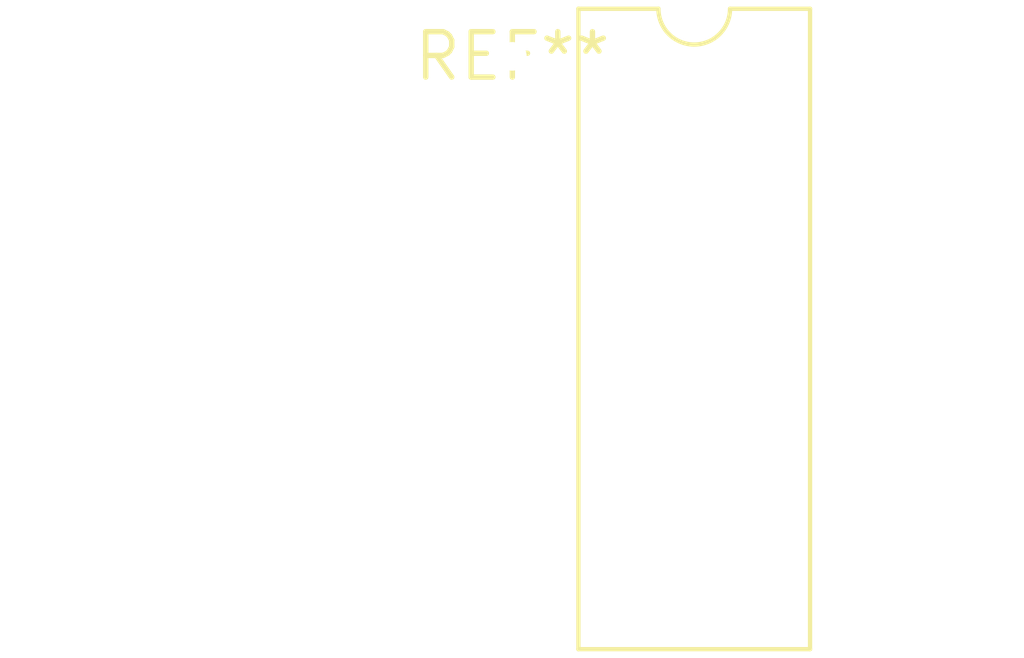
<source format=kicad_pcb>
(kicad_pcb (version 20240108) (generator pcbnew)
  (layers (0 "F.Cu" signal) (31 "B.Cu" signal) (34 "B.Paste" user) (35 "F.Paste" user) (36 "B.SilkS" user "B.Silkscreen") (37 "F.SilkS" user "F.Silkscreen") (38 "B.Mask" user) (39 "F.Mask" user) (44 "Edge.Cuts" user))
  (net 0 "")
  (footprint "DIP-14_W10.16mm_LongPads" (layer "F.Cu") (at 0 0)
    (property "Reference" "REF**")
    (property "Value" "DIP-14_W10.16mm_LongPads")
    (fp_line (start 1.845 -1.33) (end 1.845 16.57) (layer "F.SilkS") (stroke (width 0.12)))
    (fp_line (start 1.845 16.57) (end 8.315 16.57) (layer "F.SilkS") (stroke (width 0.12)))
    (fp_line (start 4.08 -1.33) (end 1.845 -1.33) (layer "F.SilkS") (stroke (width 0.12)))
    (fp_line (start 8.315 -1.33) (end 6.08 -1.33) (layer "F.SilkS") (stroke (width 0.12)))
    (fp_line (start 8.315 16.57) (end 8.315 -1.33) (layer "F.SilkS") (stroke (width 0.12)))
    (fp_arc (start 6.08 -1.33) (mid 5.08 -0.33) (end 4.08 -1.33) (layer "F.SilkS") (stroke (width 0.12)))
    (pad "1" thru_hole rect (at 0 0) (size 2.4 1.6) (drill 0.8) (layers *.Cu *.Mask) (remove_unused_layers))
    (pad "2" thru_hole oval (at 0 2.54) (size 2.4 1.6) (drill 0.8) (layers *.Cu *.Mask) (remove_unused_layers))
    (pad "3" thru_hole oval (at 0 5.08) (size 2.4 1.6) (drill 0.8) (layers *.Cu *.Mask) (remove_unused_layers))
    (pad "4" thru_hole oval (at 0 7.62) (size 2.4 1.6) (drill 0.8) (layers *.Cu *.Mask) (remove_unused_layers))
    (pad "5" thru_hole oval (at 0 10.16) (size 2.4 1.6) (drill 0.8) (layers *.Cu *.Mask) (remove_unused_layers))
    (pad "6" thru_hole oval (at 0 12.7) (size 2.4 1.6) (drill 0.8) (layers *.Cu *.Mask) (remove_unused_layers))
    (pad "7" thru_hole oval (at 0 15.24) (size 2.4 1.6) (drill 0.8) (layers *.Cu *.Mask) (remove_unused_layers))
    (pad "8" thru_hole oval (at 10.16 15.24) (size 2.4 1.6) (drill 0.8) (layers *.Cu *.Mask) (remove_unused_layers))
    (pad "9" thru_hole oval (at 10.16 12.7) (size 2.4 1.6) (drill 0.8) (layers *.Cu *.Mask) (remove_unused_layers))
    (pad "10" thru_hole oval (at 10.16 10.16) (size 2.4 1.6) (drill 0.8) (layers *.Cu *.Mask) (remove_unused_layers))
    (pad "11" thru_hole oval (at 10.16 7.62) (size 2.4 1.6) (drill 0.8) (layers *.Cu *.Mask) (remove_unused_layers))
    (pad "12" thru_hole oval (at 10.16 5.08) (size 2.4 1.6) (drill 0.8) (layers *.Cu *.Mask) (remove_unused_layers))
    (pad "13" thru_hole oval (at 10.16 2.54) (size 2.4 1.6) (drill 0.8) (layers *.Cu *.Mask) (remove_unused_layers))
    (pad "14" thru_hole oval (at 10.16 0) (size 2.4 1.6) (drill 0.8) (layers *.Cu *.Mask) (remove_unused_layers))
  )
)
</source>
